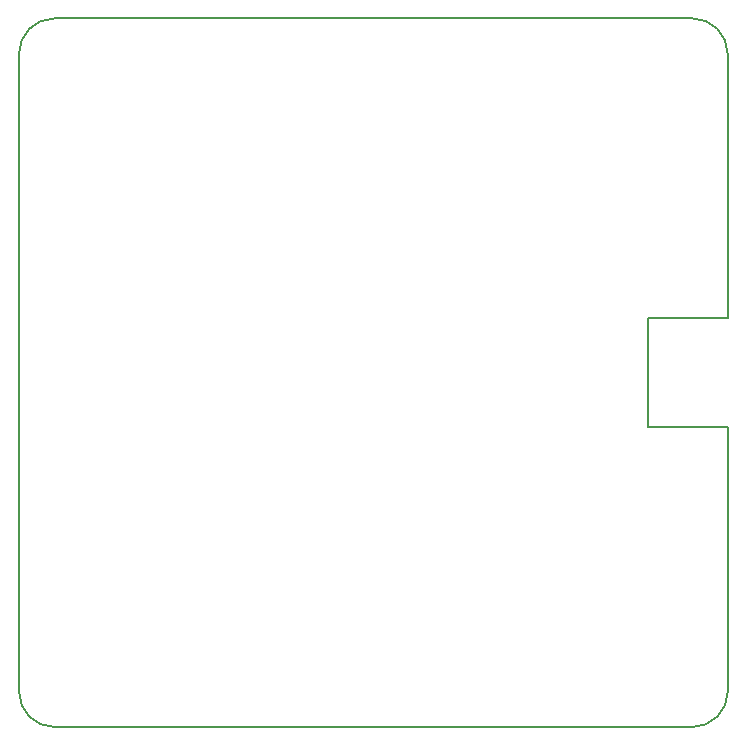
<source format=gm1>
G04 #@! TF.GenerationSoftware,KiCad,Pcbnew,6.0.10-86aedd382b~118~ubuntu22.10.1*
G04 #@! TF.CreationDate,2023-02-02T20:30:57+01:00*
G04 #@! TF.ProjectId,FPGHat,46504748-6174-42e6-9b69-6361645f7063,rev?*
G04 #@! TF.SameCoordinates,Original*
G04 #@! TF.FileFunction,Profile,NP*
%FSLAX46Y46*%
G04 Gerber Fmt 4.6, Leading zero omitted, Abs format (unit mm)*
G04 Created by KiCad (PCBNEW 6.0.10-86aedd382b~118~ubuntu22.10.1) date 2023-02-02 20:30:57*
%MOMM*%
%LPD*%
G01*
G04 APERTURE LIST*
G04 #@! TA.AperFunction,Profile*
%ADD10C,0.200000*%
G04 #@! TD*
G04 APERTURE END LIST*
D10*
X80000000Y-23000000D02*
G75*
G03*
X77000000Y-20000000I-3002900J-2900D01*
G01*
X73279000Y-45380000D02*
X73279000Y-54610000D01*
X77000000Y-80000017D02*
G75*
G03*
X80010000Y-77000000I0J3010017D01*
G01*
X20000000Y-77000000D02*
X20000000Y-23000000D01*
X23000000Y-20000000D02*
X77000000Y-20000000D01*
X80010000Y-54610000D02*
X80010000Y-77000000D01*
X80000000Y-45380000D02*
X73279000Y-45380000D01*
X77000000Y-80000000D02*
X23000000Y-80000000D01*
X80010000Y-54610000D02*
X73279000Y-54610000D01*
X23000000Y-20000000D02*
G75*
G03*
X20000000Y-23000000I2950J-3002950D01*
G01*
X80000000Y-23000000D02*
X80000000Y-45380000D01*
X20000000Y-77000000D02*
G75*
G03*
X23000000Y-80000000I3000000J0D01*
G01*
M02*

</source>
